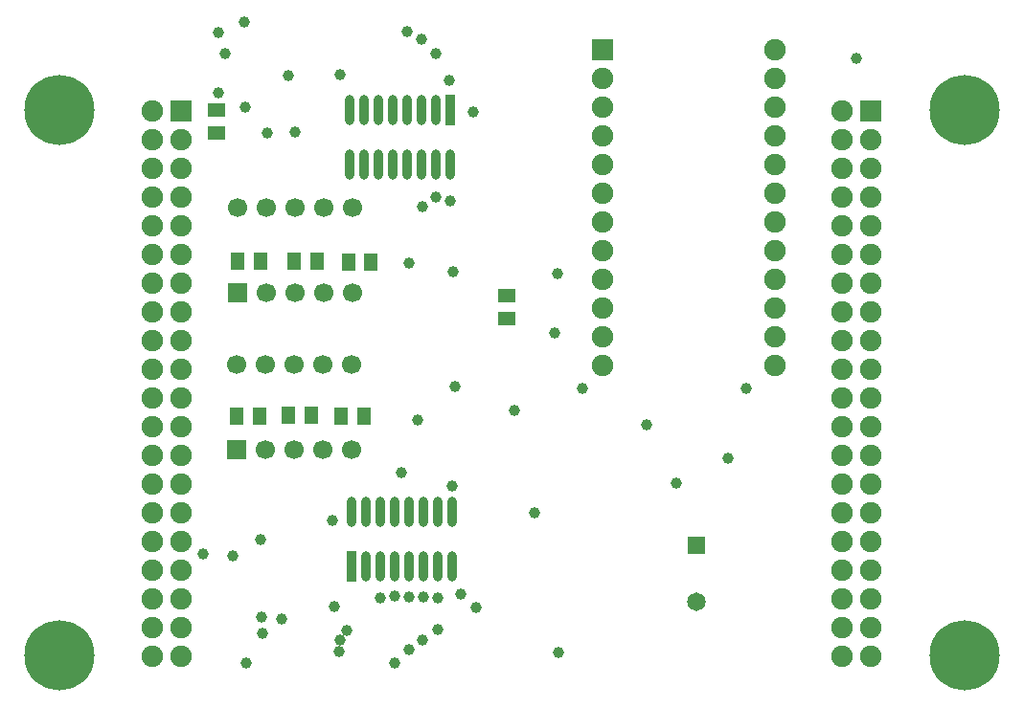
<source format=gbs>
G04*
G04 #@! TF.GenerationSoftware,Altium Limited,Altium Designer,24.2.2 (26)*
G04*
G04 Layer_Color=16711935*
%FSLAX25Y25*%
%MOIN*%
G70*
G04*
G04 #@! TF.SameCoordinates,C094F21F-3D64-4DBD-B291-BB1914DD33BA*
G04*
G04*
G04 #@! TF.FilePolarity,Negative*
G04*
G01*
G75*
%ADD17R,0.04724X0.05906*%
%ADD18R,0.05906X0.04724*%
%ADD21C,0.06496*%
%ADD22R,0.06496X0.06496*%
%ADD23C,0.06693*%
%ADD24R,0.06693X0.06693*%
%ADD25R,0.07480X0.07480*%
%ADD26C,0.07480*%
%ADD27R,0.07480X0.07480*%
%ADD28C,0.24410*%
%ADD29C,0.03937*%
G04:AMPARAMS|DCode=48|XSize=105.28mil|YSize=32.37mil|CornerRadius=16.18mil|HoleSize=0mil|Usage=FLASHONLY|Rotation=90.000|XOffset=0mil|YOffset=0mil|HoleType=Round|Shape=RoundedRectangle|*
%AMROUNDEDRECTD48*
21,1,0.10528,0.00000,0,0,90.0*
21,1,0.07291,0.03237,0,0,90.0*
1,1,0.03237,0.00000,0.03646*
1,1,0.03237,0.00000,-0.03646*
1,1,0.03237,0.00000,-0.03646*
1,1,0.03237,0.00000,0.03646*
%
%ADD48ROUNDEDRECTD48*%
%ADD49R,0.03237X0.10528*%
D17*
X118063Y103400D02*
D03*
X125937D02*
D03*
X99663Y103600D02*
D03*
X107537D02*
D03*
X81663Y103100D02*
D03*
X89537D02*
D03*
X128374Y157000D02*
D03*
X120500D02*
D03*
X101663Y157200D02*
D03*
X109537D02*
D03*
X82137Y157400D02*
D03*
X90011D02*
D03*
D18*
X74700Y209837D02*
D03*
Y201963D02*
D03*
X175500Y137326D02*
D03*
Y145200D02*
D03*
D21*
X241800Y38458D02*
D03*
D22*
Y58143D02*
D03*
D23*
X121700Y121100D02*
D03*
X91700D02*
D03*
X81700D02*
D03*
X111700D02*
D03*
X121700Y91513D02*
D03*
X111700D02*
D03*
X101700D02*
D03*
X91700D02*
D03*
X101700Y121100D02*
D03*
X102100Y175800D02*
D03*
X92100Y146213D02*
D03*
X102100D02*
D03*
X112100D02*
D03*
X122100D02*
D03*
X112100Y175800D02*
D03*
X82100D02*
D03*
X92100D02*
D03*
X122100D02*
D03*
D24*
X81700Y91513D02*
D03*
X82100Y146213D02*
D03*
D25*
X62200Y209600D02*
D03*
X302200D02*
D03*
D26*
X52200D02*
D03*
X62200Y199600D02*
D03*
X52200D02*
D03*
X62200Y189600D02*
D03*
X52200D02*
D03*
X62200Y179600D02*
D03*
X52200D02*
D03*
X62200Y169600D02*
D03*
X52200D02*
D03*
X62200Y159600D02*
D03*
X52200D02*
D03*
X62200Y149600D02*
D03*
X52200D02*
D03*
X62200Y139600D02*
D03*
X52200D02*
D03*
X62200Y129600D02*
D03*
X52200D02*
D03*
X62200Y119600D02*
D03*
X52200D02*
D03*
X62200Y109600D02*
D03*
X52200D02*
D03*
X62200Y99600D02*
D03*
X52200D02*
D03*
X62200Y89600D02*
D03*
X52200D02*
D03*
X62200Y79600D02*
D03*
X52200D02*
D03*
X62200Y69600D02*
D03*
X52200D02*
D03*
X62200Y59600D02*
D03*
X52200D02*
D03*
X62200Y49600D02*
D03*
X52200D02*
D03*
X62200Y39600D02*
D03*
X52200D02*
D03*
X62200Y29600D02*
D03*
X52200D02*
D03*
X292200Y209600D02*
D03*
X302200Y199600D02*
D03*
X292200D02*
D03*
X302200Y189600D02*
D03*
X292200D02*
D03*
X302200Y179600D02*
D03*
X292200D02*
D03*
X302200Y169600D02*
D03*
X292200D02*
D03*
X302200Y159600D02*
D03*
X292200D02*
D03*
X302200Y149600D02*
D03*
X292200D02*
D03*
X302200Y139600D02*
D03*
X292200D02*
D03*
X302200Y129600D02*
D03*
X292200D02*
D03*
X302200Y119600D02*
D03*
X292200D02*
D03*
X302200Y109600D02*
D03*
X292200D02*
D03*
X302200Y99600D02*
D03*
X292200D02*
D03*
X302200Y89600D02*
D03*
X292200D02*
D03*
X302200Y79600D02*
D03*
X292200D02*
D03*
X302200Y69600D02*
D03*
X292200D02*
D03*
X302200Y59600D02*
D03*
X292200D02*
D03*
X302200Y49600D02*
D03*
X292200D02*
D03*
X302200Y39600D02*
D03*
X292200D02*
D03*
X302200Y29600D02*
D03*
X292200D02*
D03*
Y19600D02*
D03*
X302200D02*
D03*
X52200D02*
D03*
X62200D02*
D03*
X208900Y200900D02*
D03*
Y210900D02*
D03*
Y220900D02*
D03*
Y190900D02*
D03*
Y180900D02*
D03*
Y170900D02*
D03*
Y160900D02*
D03*
Y150900D02*
D03*
Y140900D02*
D03*
Y130900D02*
D03*
Y120900D02*
D03*
X268900Y120900D02*
D03*
Y130900D02*
D03*
Y140900D02*
D03*
Y150900D02*
D03*
Y160900D02*
D03*
Y170900D02*
D03*
Y180900D02*
D03*
Y190900D02*
D03*
Y230900D02*
D03*
Y220900D02*
D03*
Y210900D02*
D03*
Y200900D02*
D03*
D27*
X208900Y230900D02*
D03*
D28*
X20000Y210000D02*
D03*
X335000D02*
D03*
Y20000D02*
D03*
X20000D02*
D03*
D29*
X192400Y132400D02*
D03*
X156900Y153500D02*
D03*
X258901Y112799D02*
D03*
X201999D02*
D03*
X193300Y152800D02*
D03*
X297300Y227900D02*
D03*
X92263Y201963D02*
D03*
X159600Y41100D02*
D03*
X141100Y237200D02*
D03*
X84200Y240600D02*
D03*
X252800Y88700D02*
D03*
X163900Y209300D02*
D03*
X102100Y202123D02*
D03*
X117700Y222200D02*
D03*
X178200Y105200D02*
D03*
X224300Y100100D02*
D03*
X234800Y79900D02*
D03*
X157700Y113700D02*
D03*
X185300Y69500D02*
D03*
X70000Y55100D02*
D03*
X85100Y17100D02*
D03*
X193500Y20800D02*
D03*
X131600Y40000D02*
D03*
X90200Y33100D02*
D03*
X97200Y32500D02*
D03*
X90747Y27701D02*
D03*
X136600Y40500D02*
D03*
Y17100D02*
D03*
X117500Y25400D02*
D03*
X120119Y28619D02*
D03*
X141600Y21935D02*
D03*
X117200Y21100D02*
D03*
X151700Y40000D02*
D03*
X151800Y28900D02*
D03*
X146400Y25400D02*
D03*
X146600Y40400D02*
D03*
X141500D02*
D03*
X165100Y36600D02*
D03*
X115500Y36800D02*
D03*
X156100Y178100D02*
D03*
X80300Y54600D02*
D03*
X115000Y67000D02*
D03*
X156600Y79000D02*
D03*
X139100Y83500D02*
D03*
X151000Y179500D02*
D03*
X99700Y221800D02*
D03*
X75200Y215800D02*
D03*
X90000Y60200D02*
D03*
X144600Y102000D02*
D03*
X146100Y234700D02*
D03*
X151100Y229500D02*
D03*
X84500Y210930D02*
D03*
X155700Y220100D02*
D03*
X75200Y236900D02*
D03*
X77600Y229500D02*
D03*
X146300Y176300D02*
D03*
X141600Y156600D02*
D03*
D48*
X121500Y69800D02*
D03*
X126500D02*
D03*
X131500D02*
D03*
X136500D02*
D03*
X141500D02*
D03*
X146500D02*
D03*
X151500D02*
D03*
X156500D02*
D03*
Y50776D02*
D03*
X151500D02*
D03*
X146500D02*
D03*
X141500D02*
D03*
X136500D02*
D03*
X131500D02*
D03*
X126500D02*
D03*
X151000Y209800D02*
D03*
X146000D02*
D03*
X141000D02*
D03*
X136000D02*
D03*
X131000D02*
D03*
X126000D02*
D03*
X121000D02*
D03*
Y190776D02*
D03*
X126000D02*
D03*
X131000D02*
D03*
X136000D02*
D03*
X141000D02*
D03*
X146000D02*
D03*
X151000D02*
D03*
X156000D02*
D03*
D49*
X121500Y50776D02*
D03*
X156000Y209800D02*
D03*
M02*

</source>
